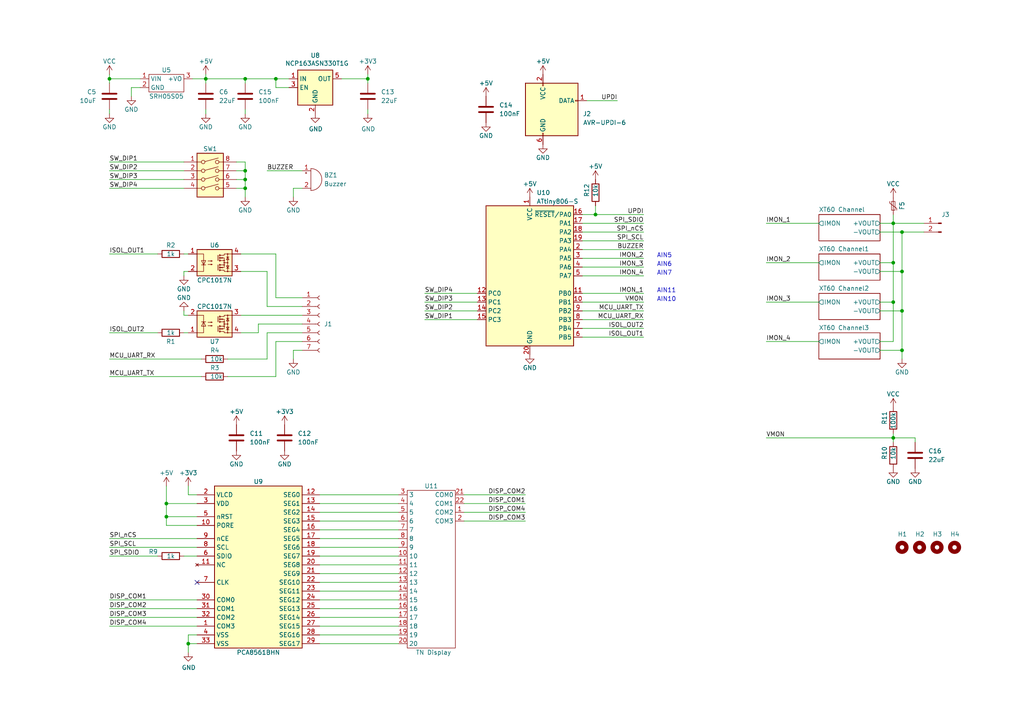
<source format=kicad_sch>
(kicad_sch (version 20231120) (generator "eeschema") (generator_version "8.0")
  (paper "A4")
  (lib_symbols
    (symbol "Connector:AVR-UPDI-6" (pin_names (offset 1.016))
      (property "Reference" "J" (at -6.35 8.89 0))
      (property "Value" "AVR-UPDI-6" (at 0 8.89 0))
      (symbol "AVR-UPDI-6_0_1"
        (rectangle (start -2.667 -6.858) (end -2.413 -7.62))
        (rectangle (start -2.667 7.62) (end -2.413 6.858))
        (rectangle (start 7.62 2.667) (end 6.858 2.413))
        (rectangle (start 7.62 7.62) (end -7.62 -7.62) (stroke (width 0.254)) (fill (type background)))
      )
      (symbol "AVR-UPDI-6_1_1"
        (pin passive line (at 10.16 2.54 180) (length 2.54) (name "DATA") (number "1"))
        (pin passive line (at -2.54 10.16 270) (length 2.54) (name "VCC") (number "2"))
        (pin no_connect line (at 7.62 0 180) (length 2.54) hide (name "NC") (number "3"))
        (pin no_connect line (at 7.62 -2.54 180) (length 2.54) hide (name "NC") (number "4"))
        (pin no_connect line (at 7.62 -5.08 180) (length 2.54) hide (name "NC") (number "5"))
        (pin passive line (at -2.54 -10.16 90) (length 2.54) (name "GND") (number "6"))
      )
    )
    (symbol "Connector:Conn_01x02_Pin" (pin_names (offset 1.016) hide)
      (property "Reference" "J" (at 0 2.54 0))
      (property "Value" "Conn_01x02_Pin" (at 0 -5.08 0))
      (symbol "Conn_01x02_Pin_1_1"
        (polyline (pts (xy 1.27 -2.54) (xy 0.8636 -2.54)) (stroke (width 0.1524)))
        (polyline (pts (xy 1.27 0) (xy 0.8636 0)) (stroke (width 0.1524)))
        (rectangle (start 0.8636 -2.413) (end 0 -2.667) (stroke (width 0.1524)) (fill (type outline)))
        (rectangle (start 0.8636 0.127) (end 0 -0.127) (stroke (width 0.1524)) (fill (type outline)))
        (pin passive line (at 5.08 0 180) (length 3.81) (name "Pin_1") (number "1"))
        (pin passive line (at 5.08 -2.54 180) (length 3.81) (name "Pin_2") (number "2"))
      )
    )
    (symbol "Connector:Conn_01x07_Socket" (pin_names (offset 1.016) hide)
      (property "Reference" "J" (at 0 10.16 0))
      (property "Value" "Conn_01x07_Socket" (at 0 -10.16 0))
      (symbol "Conn_01x07_Socket_1_1"
        (arc (start 0 -7.112) (mid -0.5058 -7.62) (end 0 -8.128) (stroke (width 0.1524)))
        (arc (start 0 -4.572) (mid -0.5058 -5.08) (end 0 -5.588) (stroke (width 0.1524)))
        (arc (start 0 -2.032) (mid -0.5058 -2.54) (end 0 -3.048) (stroke (width 0.1524)))
        (polyline (pts (xy -1.27 -7.62) (xy -0.508 -7.62)) (stroke (width 0.1524)))
        (polyline (pts (xy -1.27 -5.08) (xy -0.508 -5.08)) (stroke (width 0.1524)))
        (polyline (pts (xy -1.27 -2.54) (xy -0.508 -2.54)) (stroke (width 0.1524)))
        (polyline (pts (xy -1.27 0) (xy -0.508 0)) (stroke (width 0.1524)))
        (polyline (pts (xy -1.27 2.54) (xy -0.508 2.54)) (stroke (width 0.1524)))
        (polyline (pts (xy -1.27 5.08) (xy -0.508 5.08)) (stroke (width 0.1524)))
        (polyline (pts (xy -1.27 7.62) (xy -0.508 7.62)) (stroke (width 0.1524)))
        (arc (start 0 0.508) (mid -0.5058 0) (end 0 -0.508) (stroke (width 0.1524)))
        (arc (start 0 3.048) (mid -0.5058 2.54) (end 0 2.032) (stroke (width 0.1524)))
        (arc (start 0 5.588) (mid -0.5058 5.08) (end 0 4.572) (stroke (width 0.1524)))
        (arc (start 0 8.128) (mid -0.5058 7.62) (end 0 7.112) (stroke (width 0.1524)))
        (pin passive line (at -5.08 7.62 0) (length 3.81) (name "Pin_1") (number "1"))
        (pin passive line (at -5.08 5.08 0) (length 3.81) (name "Pin_2") (number "2"))
        (pin passive line (at -5.08 2.54 0) (length 3.81) (name "Pin_3") (number "3"))
        (pin passive line (at -5.08 0 0) (length 3.81) (name "Pin_4") (number "4"))
        (pin passive line (at -5.08 -2.54 0) (length 3.81) (name "Pin_5") (number "5"))
        (pin passive line (at -5.08 -5.08 0) (length 3.81) (name "Pin_6") (number "6"))
        (pin passive line (at -5.08 -7.62 0) (length 3.81) (name "Pin_7") (number "7"))
      )
    )
    (symbol "Device:Buzzer" (pin_names (offset 0.0254) hide)
      (property "Reference" "BZ" (at 3.81 1.27 0))
      (property "Value" "Buzzer" (at 3.81 -1.27 0))
      (symbol "Buzzer_0_1"
        (arc (start 0 -3.175) (mid 3.1612 0) (end 0 3.175))
        (polyline (pts (xy -1.651 1.905) (xy -1.143 1.905)))
        (polyline (pts (xy -1.397 2.159) (xy -1.397 1.651)))
        (polyline (pts (xy 0 3.175) (xy 0 -3.175)))
      )
      (symbol "Buzzer_1_1"
        (pin passive line (at -2.54 2.54 0) (length 2.54) (name "-") (number "1"))
        (pin passive line (at -2.54 -2.54 0) (length 2.54) (name "+") (number "2"))
      )
    )
    (symbol "Device:C" (pin_numbers hide) (pin_names (offset 0.254))
      (property "Reference" "C" (at 0.635 2.54 0))
      (property "Value" "C" (at 0.635 -2.54 0))
      (symbol "C_0_1"
        (polyline (pts (xy -2.032 -0.762) (xy 2.032 -0.762)) (stroke (width 0.508)))
        (polyline (pts (xy -2.032 0.762) (xy 2.032 0.762)) (stroke (width 0.508)))
      )
      (symbol "C_1_1"
        (pin passive line (at 0 3.81 270) (length 2.794) (name "~") (number "1"))
        (pin passive line (at 0 -3.81 90) (length 2.794) (name "~") (number "2"))
      )
    )
    (symbol "Device:Polyfuse_Small" (pin_numbers hide) (pin_names (offset 0))
      (property "Reference" "F" (at -1.905 0 90))
      (property "Value" "Polyfuse_Small" (at 1.905 0 90))
      (symbol "Polyfuse_Small_0_1"
        (rectangle (start -0.508 1.27) (end 0.508 -1.27))
        (polyline (pts (xy 0 2.54) (xy 0 -2.54)))
        (polyline (pts (xy -1.016 1.27) (xy -1.016 0.762) (xy 1.016 -0.762) (xy 1.016 -1.27)))
      )
      (symbol "Polyfuse_Small_1_1"
        (pin passive line (at 0 2.54 270) (length 0.635) (name "~") (number "1"))
        (pin passive line (at 0 -2.54 90) (length 0.635) (name "~") (number "2"))
      )
    )
    (symbol "Device:R" (pin_numbers hide) (pin_names (offset 0))
      (property "Reference" "R" (at 2.032 0 90))
      (property "Value" "R" (at 0 0 90))
      (symbol "R_0_1"
        (rectangle (start -1.016 -2.54) (end 1.016 2.54) (stroke (width 0.254)))
      )
      (symbol "R_1_1"
        (pin passive line (at 0 3.81 270) (length 1.27) (name "~") (number "1"))
        (pin passive line (at 0 -3.81 90) (length 1.27) (name "~") (number "2"))
      )
    )
    (symbol "MCU_Microchip_ATtiny:ATtiny806-S"
      (property "Reference" "U" (at -12.7 21.59 0))
      (property "Value" "ATtiny806-S" (at 2.54 -21.59 0))
      (symbol "ATtiny806-S_0_1"
        (rectangle (start -12.7 -20.32) (end 12.7 20.32) (stroke (width 0.254)) (fill (type background)))
      )
      (symbol "ATtiny806-S_1_1"
        (pin power_in line (at 0 22.86 270) (length 2.54) (name "VCC") (number "1"))
        (pin bidirectional line (at 15.24 -7.62 180) (length 2.54) (name "PB1") (number "10"))
        (pin bidirectional line (at 15.24 -5.08 180) (length 2.54) (name "PB0") (number "11"))
        (pin bidirectional line (at -15.24 -5.08 0) (length 2.54) (name "PC0") (number "12"))
        (pin bidirectional line (at -15.24 -7.62 0) (length 2.54) (name "PC1") (number "13"))
        (pin bidirectional line (at -15.24 -10.16 0) (length 2.54) (name "PC2") (number "14"))
        (pin bidirectional line (at -15.24 -12.7 0) (length 2.54) (name "PC3") (number "15"))
        (pin bidirectional line (at 15.24 17.78 180) (length 2.54) (name "~{RESET}/PA0") (number "16"))
        (pin bidirectional line (at 15.24 15.24 180) (length 2.54) (name "PA1") (number "17"))
        (pin bidirectional line (at 15.24 12.7 180) (length 2.54) (name "PA2") (number "18"))
        (pin bidirectional line (at 15.24 10.16 180) (length 2.54) (name "PA3") (number "19"))
        (pin bidirectional line (at 15.24 7.62 180) (length 2.54) (name "PA4") (number "2"))
        (pin power_in line (at 0 -22.86 90) (length 2.54) (name "GND") (number "20"))
        (pin bidirectional line (at 15.24 5.08 180) (length 2.54) (name "PA5") (number "3"))
        (pin bidirectional line (at 15.24 2.54 180) (length 2.54) (name "PA6") (number "4"))
        (pin bidirectional line (at 15.24 0 180) (length 2.54) (name "PA7") (number "5"))
        (pin bidirectional line (at 15.24 -17.78 180) (length 2.54) (name "PB5") (number "6"))
        (pin bidirectional line (at 15.24 -15.24 180) (length 2.54) (name "PB4") (number "7"))
        (pin bidirectional line (at 15.24 -12.7 180) (length 2.54) (name "PB3") (number "8"))
        (pin bidirectional line (at 15.24 -10.16 180) (length 2.54) (name "PB2") (number "9"))
      )
    )
    (symbol "Mechanical:MountingHole" (pin_names (offset 1.016))
      (property "Reference" "H" (at 0 5.08 0))
      (property "Value" "MountingHole" (at 0 3.175 0))
      (symbol "MountingHole_0_1"
        (circle (center 0 0) (radius 1.27) (stroke (width 1.27)))
      )
    )
    (symbol "Regulator_Linear:NCP718xSN330"
      (property "Reference" "U" (at -3.81 6.35 0))
      (property "Value" "NCP718xSN330" (at 6.35 6.35 0))
      (symbol "NCP718xSN330_0_1"
        (rectangle (start -5.08 -5.08) (end 5.08 5.08) (stroke (width 0.254)) (fill (type background)))
        (pin power_in line (at -7.62 2.54 0) (length 2.54) (name "IN") (number "1"))
        (pin power_in line (at 0 -7.62 90) (length 2.54) (name "GND") (number "2"))
        (pin input line (at -7.62 0 0) (length 2.54) (name "EN") (number "3"))
        (pin no_connect line (at 5.08 0 180) (length 2.54) hide (name "NC") (number "4"))
        (pin power_out line (at 7.62 2.54 180) (length 2.54) (name "OUT") (number "5"))
      )
    )
    (symbol "Relay_SolidState:CPC1017N"
      (property "Reference" "U" (at -5.08 5.08 0))
      (property "Value" "CPC1017N" (at 0 5.08 0))
      (symbol "CPC1017N_0_1"
        (rectangle (start -5.08 3.81) (end 5.08 -3.81) (stroke (width 0.254)) (fill (type background)))
        (polyline (pts (xy -3.81 -0.635) (xy -2.54 -0.635)))
        (polyline (pts (xy 1.016 -0.635) (xy 1.016 -2.159)) (stroke (width 0.2032)))
        (polyline (pts (xy 1.016 2.159) (xy 1.016 0.635)) (stroke (width 0.2032)))
        (polyline (pts (xy 1.524 -0.508) (xy 1.524 -0.762)) (stroke (width 0.3556)))
        (polyline (pts (xy 2.794 0) (xy 3.81 0)))
        (polyline (pts (xy 3.429 -1.651) (xy 4.191 -1.651)))
        (polyline (pts (xy 3.429 1.651) (xy 4.191 1.651)))
        (polyline (pts (xy 3.81 -2.54) (xy 3.81 2.54)))
        (polyline (pts (xy 1.524 -2.032) (xy 1.524 -2.286) (xy 1.524 -2.286)) (stroke (width 0.3556)))
        (polyline (pts (xy 1.524 -1.27) (xy 1.524 -1.524) (xy 1.524 -1.524)) (stroke (width 0.3556)))
        (polyline (pts (xy 1.524 0.762) (xy 1.524 0.508) (xy 1.524 0.508)) (stroke (width 0.3556)))
        (polyline (pts (xy 1.524 1.524) (xy 1.524 1.27) (xy 1.524 1.27)) (stroke (width 0.3556)))
        (polyline (pts (xy 1.524 2.286) (xy 1.524 2.032) (xy 1.524 2.032)) (stroke (width 0.3556)))
        (polyline (pts (xy 1.651 -1.397) (xy 2.794 -1.397) (xy 2.794 -0.635)))
        (polyline (pts (xy 1.651 1.397) (xy 2.794 1.397) (xy 2.794 0.635)))
        (polyline (pts (xy -5.08 2.54) (xy -3.175 2.54) (xy -3.175 -2.54) (xy -5.08 -2.54)))
        (polyline (pts (xy -3.175 -0.635) (xy -3.81 0.635) (xy -2.54 0.635) (xy -3.175 -0.635)))
        (polyline (pts (xy 1.651 -2.159) (xy 2.794 -2.159) (xy 2.794 -2.54) (xy 5.08 -2.54)))
        (polyline (pts (xy 1.651 -0.635) (xy 2.794 -0.635) (xy 2.794 0.635) (xy 1.651 0.635)))
        (polyline (pts (xy 1.651 2.159) (xy 2.794 2.159) (xy 2.794 2.54) (xy 5.08 2.54)))
        (polyline (pts (xy 1.778 -1.397) (xy 2.286 -1.27) (xy 2.286 -1.524) (xy 1.778 -1.397)))
        (polyline (pts (xy 1.778 1.397) (xy 2.286 1.524) (xy 2.286 1.27) (xy 1.778 1.397)))
        (polyline (pts (xy 3.81 -1.651) (xy 3.429 -0.889) (xy 4.191 -0.889) (xy 3.81 -1.651)))
        (polyline (pts (xy 3.81 1.651) (xy 3.429 0.889) (xy 4.191 0.889) (xy 3.81 1.651)))
        (polyline (pts (xy -1.905 -0.508) (xy -0.635 -0.508) (xy -1.016 -0.635) (xy -1.016 -0.381) (xy -0.635 -0.508)))
        (polyline (pts (xy -1.905 0.508) (xy -0.635 0.508) (xy -1.016 0.381) (xy -1.016 0.635) (xy -0.635 0.508)))
        (circle (center 2.794 -0.635) (radius 0.127))
        (circle (center 2.794 0) (radius 0.127))
        (circle (center 2.794 0.635) (radius 0.127))
        (circle (center 3.81 -2.54) (radius 0.127))
        (circle (center 3.81 0) (radius 0.127))
        (circle (center 3.81 2.54) (radius 0.127))
      )
      (symbol "CPC1017N_1_1"
        (pin passive line (at -7.62 2.54 0) (length 2.54) (name "~") (number "1"))
        (pin passive line (at -7.62 -2.54 0) (length 2.54) (name "~") (number "2"))
        (pin passive line (at 7.62 -2.54 180) (length 2.54) (name "~") (number "3"))
        (pin passive line (at 7.62 2.54 180) (length 2.54) (name "~") (number "4"))
      )
    )
    (symbol "Switch:SW_DIP_x04" (pin_names (offset 0) hide)
      (property "Reference" "SW" (at 0 8.89 0))
      (property "Value" "SW_DIP_x04" (at 0 -6.35 0))
      (symbol "SW_DIP_x04_0_0"
        (circle (center -2.032 -2.54) (radius 0.508))
        (circle (center -2.032 0) (radius 0.508))
        (circle (center -2.032 2.54) (radius 0.508))
        (circle (center -2.032 5.08) (radius 0.508))
        (polyline (pts (xy -1.524 -2.3876) (xy 2.3622 -1.3462)))
        (polyline (pts (xy -1.524 0.127) (xy 2.3622 1.1684)))
        (polyline (pts (xy -1.524 2.667) (xy 2.3622 3.7084)))
        (polyline (pts (xy -1.524 5.207) (xy 2.3622 6.2484)))
        (circle (center 2.032 -2.54) (radius 0.508))
        (circle (center 2.032 0) (radius 0.508))
        (circle (center 2.032 2.54) (radius 0.508))
        (circle (center 2.032 5.08) (radius 0.508))
      )
      (symbol "SW_DIP_x04_0_1"
        (rectangle (start -3.81 7.62) (end 3.81 -5.08) (stroke (width 0.254)) (fill (type background)))
      )
      (symbol "SW_DIP_x04_1_1"
        (pin passive line (at -7.62 5.08 0) (length 5.08) (name "~") (number "1"))
        (pin passive line (at -7.62 2.54 0) (length 5.08) (name "~") (number "2"))
        (pin passive line (at -7.62 0 0) (length 5.08) (name "~") (number "3"))
        (pin passive line (at -7.62 -2.54 0) (length 5.08) (name "~") (number "4"))
        (pin passive line (at 7.62 -2.54 180) (length 5.08) (name "~") (number "5"))
        (pin passive line (at 7.62 0 180) (length 5.08) (name "~") (number "6"))
        (pin passive line (at 7.62 2.54 180) (length 5.08) (name "~") (number "7"))
        (pin passive line (at 7.62 5.08 180) (length 5.08) (name "~") (number "8"))
      )
    )
    (symbol "lib:8digit_tn_display"
      (property "Reference" "U" (at -5.08 22.86 0))
      (symbol "8digit_tn_display_0_1"
        (rectangle (start -6.35 21.59) (end 7.62 -24.13))
      )
      (symbol "8digit_tn_display_1_1"
        (pin input line (at -8.89 15.24 0) (length 2.54) (name "COM2") (number "1"))
        (pin input line (at 10.16 2.54 180) (length 2.54) (name "10") (number "10"))
        (pin input line (at 10.16 0 180) (length 2.54) (name "11") (number "11"))
        (pin input line (at 10.16 -2.54 180) (length 2.54) (name "12") (number "12"))
        (pin input line (at 10.16 -5.08 180) (length 2.54) (name "13") (number "13"))
        (pin input line (at 10.16 -7.62 180) (length 2.54) (name "14") (number "14"))
        (pin input line (at 10.16 -10.16 180) (length 2.54) (name "15") (number "15"))
        (pin input line (at 10.16 -12.7 180) (length 2.54) (name "16") (number "16"))
        (pin input line (at 10.16 -15.24 180) (length 2.54) (name "17") (number "17"))
        (pin input line (at 10.16 -17.78 180) (length 2.54) (name "18") (number "18"))
        (pin input line (at 10.16 -20.32 180) (length 2.54) (name "19") (number "19"))
        (pin input line (at -8.89 12.7 0) (length 2.54) (name "COM3") (number "2"))
        (pin input line (at 10.16 -22.86 180) (length 2.54) (name "20") (number "20"))
        (pin input line (at -8.89 20.32 0) (length 2.54) (name "COM0") (number "21"))
        (pin input line (at -8.89 17.78 0) (length 2.54) (name "COM1") (number "22"))
        (pin input line (at 10.16 20.32 180) (length 2.54) (name "3") (number "3"))
        (pin input line (at 10.16 17.78 180) (length 2.54) (name "4") (number "4"))
        (pin input line (at 10.16 15.24 180) (length 2.54) (name "5") (number "5"))
        (pin input line (at 10.16 12.7 180) (length 2.54) (name "6") (number "6"))
        (pin input line (at 10.16 10.16 180) (length 2.54) (name "7") (number "7"))
        (pin input line (at 10.16 7.62 180) (length 2.54) (name "8") (number "8"))
        (pin input line (at 10.16 5.08 180) (length 2.54) (name "9") (number "9"))
      )
    )
    (symbol "lib:K78U03-500R3"
      (property "Reference" "U" (at -3.81 3.81 0))
      (property "Value" "K78U03-500R3" (at 0 -3.81 0))
      (symbol "K78U03-500R3_0_1"
        (rectangle (start -5.08 2.54) (end 5.08 -2.54))
      )
      (symbol "K78U03-500R3_1_1"
        (pin power_in line (at -7.62 1.27 0) (length 2.54) (name "VIN") (number "1"))
        (pin power_in line (at -7.62 -1.27 0) (length 2.54) (name "GND") (number "2"))
        (pin power_out line (at 7.62 1.27 180) (length 2.54) (name "+VO") (number "3"))
      )
    )
    (symbol "lib:PCA8561BHN"
      (property "Reference" "U" (at -11.43 24.13 0))
      (property "Value" "PCA8561BHN" (at 0 -25.4 0))
      (symbol "PCA8561BHN_0_1"
        (rectangle (start -12.7 22.86) (end 12.7 -24.13) (stroke (width 0.254)) (fill (type background)))
      )
      (symbol "PCA8561BHN_1_1"
        (pin output line (at -17.78 -17.78 0) (length 5.08) (name "COM3") (number "1"))
        (pin input line (at -17.78 11.43 0) (length 5.08) (name "PORE") (number "10"))
        (pin no_connect line (at -17.78 0 0) (length 5.08) (name "NC") (number "11"))
        (pin output line (at 17.78 20.32 180) (length 5.08) (name "SEG0") (number "12"))
        (pin output line (at 17.78 17.78 180) (length 5.08) (name "SEG1") (number "13"))
        (pin output line (at 17.78 15.24 180) (length 5.08) (name "SEG2") (number "14"))
        (pin output line (at 17.78 12.7 180) (length 5.08) (name "SEG3") (number "15"))
        (pin output line (at 17.78 10.16 180) (length 5.08) (name "SEG4") (number "16"))
        (pin output line (at 17.78 7.62 180) (length 5.08) (name "SEG5") (number "17"))
        (pin output line (at 17.78 5.08 180) (length 5.08) (name "SEG6") (number "18"))
        (pin output line (at 17.78 2.54 180) (length 5.08) (name "SEG7") (number "19"))
        (pin power_in line (at -17.78 20.32 0) (length 5.08) (name "VLCD") (number "2"))
        (pin output line (at 17.78 0 180) (length 5.08) (name "SEG8") (number "20"))
        (pin output line (at 17.78 -2.54 180) (length 5.08) (name "SEG9") (number "21"))
        (pin output line (at 17.78 -5.08 180) (length 5.08) (name "SEG10") (number "22"))
        (pin output line (at 17.78 -7.62 180) (length 5.08) (name "SEG11") (number "23"))
        (pin output line (at 17.78 -10.16 180) (length 5.08) (name "SEG12") (number "24"))
        (pin output line (at 17.78 -12.7 180) (length 5.08) (name "SEG13") (number "25"))
        (pin output line (at 17.78 -15.24 180) (length 5.08) (name "SEG14") (number "26"))
        (pin output line (at 17.78 -17.78 180) (length 5.08) (name "SEG15") (number "27"))
        (pin output line (at 17.78 -20.32 180) (length 5.08) (name "SEG16") (number "28"))
        (pin output line (at 17.78 -22.86 180) (length 5.08) (name "SEG17") (number "29"))
        (pin power_in line (at -17.78 17.78 0) (length 5.08) (name "VDD") (number "3"))
        (pin output line (at -17.78 -10.16 0) (length 5.08) (name "COM0") (number "30"))
        (pin output line (at -17.78 -12.7 0) (length 5.08) (name "COM1") (number "31"))
        (pin output line (at -17.78 -15.24 0) (length 5.08) (name "COM2") (number "32"))
        (pin power_in line (at -17.78 -22.86 0) (length 5.08) (name "VSS") (number "33"))
        (pin power_in line (at -17.78 -20.32 0) (length 5.08) (name "VSS") (number "4"))
        (pin input line (at -17.78 13.97 0) (length 5.08) (name "nRST") (number "5"))
        (pin bidirectional line (at -17.78 2.54 0) (length 5.08) (name "SDIO") (number "6"))
        (pin output line (at -17.78 -5.08 0) (length 5.08) (name "CLK") (number "7"))
        (pin input line (at -17.78 5.08 0) (length 5.08) (name "SCL") (number "8"))
        (pin input line (at -17.78 7.62 0) (length 5.08) (name "nCE") (number "9"))
      )
    )
    (symbol "power:+3.3V" (power) (pin_names (offset 0))
      (property "Value" "+3.3V" (at 0 3.556 0))
      (symbol "+3.3V_0_1"
        (polyline (pts (xy -0.762 1.27) (xy 0 2.54)))
        (polyline (pts (xy 0 0) (xy 0 2.54)))
        (polyline (pts (xy 0 2.54) (xy 0.762 1.27)))
      )
      (symbol "+3.3V_1_1"
        (pin power_in line (at 0 0 90) (length 0) hide (name "+3V3") (number "1"))
      )
    )
    (symbol "power:+5V" (power) (pin_names (offset 0))
      (property "Value" "+5V" (at 0 3.556 0))
      (symbol "+5V_0_1"
        (polyline (pts (xy -0.762 1.27) (xy 0 2.54)))
        (polyline (pts (xy 0 0) (xy 0 2.54)))
        (polyline (pts (xy 0 2.54) (xy 0.762 1.27)))
      )
      (symbol "+5V_1_1"
        (pin power_in line (at 0 0 90) (length 0) hide (name "+5V") (number "1"))
      )
    )
    (symbol "power:GND" (power) (pin_names (offset 0))
      (property "Value" "GND" (at 0 -3.81 0))
      (symbol "GND_0_1"
        (polyline (pts (xy 0 0) (xy 0 -1.27) (xy 1.27 -1.27) (xy 0 -2.54) (xy -1.27 -1.27) (xy 0 -1.27)))
      )
      (symbol "GND_1_1"
        (pin power_in line (at 0 0 270) (length 0) hide (name "GND") (number "1"))
      )
    )
    (symbol "power:VCC" (power) (pin_names (offset 0))
      (property "Value" "VCC" (at 0 3.81 0))
      (symbol "VCC_0_1"
        (polyline (pts (xy -0.762 1.27) (xy 0 2.54)))
        (polyline (pts (xy 0 0) (xy 0 2.54)))
        (polyline (pts (xy 0 2.54) (xy 0.762 1.27)))
      )
      (symbol "VCC_1_1"
        (pin power_in line (at 0 0 90) (length 0) hide (name "VCC") (number "1"))
      )
    )
  )
  (junction (at 259.08 64.77))
  (junction (at 71.12 22.86))
  (junction (at 31.75 22.86))
  (junction (at 48.26 149.86))
  (junction (at 259.08 127))
  (junction (at 59.69 22.86))
  (junction (at 106.68 22.86))
  (junction (at 261.62 101.6))
  (junction (at 261.62 78.74))
  (junction (at 54.61 186.69))
  (junction (at 71.12 49.53))
  (junction (at 172.72 62.23))
  (junction (at 71.12 54.61))
  (junction (at 259.08 76.2))
  (junction (at 71.12 52.07))
  (junction (at 80.01 22.86))
  (junction (at 261.62 90.17))
  (junction (at 48.26 146.05))
  (junction (at 261.62 67.31))
  (junction (at 259.08 87.63))
  (no_connect (at 57.15 168.91))
  (wire (pts (xy 83.82 25.4) (xy 80.01 25.4)))
  (wire (pts (xy 222.25 87.63) (xy 237.49 87.63)))
  (wire (pts (xy 31.75 109.22) (xy 58.42 109.22)))
  (wire (pts (xy 261.62 90.17) (xy 261.62 101.6)))
  (wire (pts (xy 31.75 173.99) (xy 57.15 173.99)))
  (wire (pts (xy 71.12 49.53) (xy 71.12 52.07)))
  (wire (pts (xy 71.12 22.86) (xy 71.12 24.13)))
  (wire (pts (xy 92.71 176.53) (xy 115.57 176.53)))
  (wire (pts (xy 259.08 99.06) (xy 255.27 99.06)))
  (wire (pts (xy 54.61 186.69) (xy 57.15 186.69)))
  (wire (pts (xy 77.47 78.74) (xy 77.47 88.9)))
  (wire (pts (xy 53.34 161.29) (xy 57.15 161.29)))
  (wire (pts (xy 71.12 31.75) (xy 71.12 33.02)))
  (wire (pts (xy 68.58 54.61) (xy 71.12 54.61)))
  (wire (pts (xy 59.69 22.86) (xy 59.69 24.13)))
  (wire (pts (xy 172.72 62.23) (xy 186.69 62.23)))
  (wire (pts (xy 168.91 64.77) (xy 186.69 64.77)))
  (wire (pts (xy 71.12 22.86) (xy 80.01 22.86)))
  (wire (pts (xy 48.26 146.05) (xy 57.15 146.05)))
  (wire (pts (xy 92.71 184.15) (xy 115.57 184.15)))
  (wire (pts (xy 66.04 104.14) (xy 77.47 104.14)))
  (wire (pts (xy 92.71 173.99) (xy 115.57 173.99)))
  (wire (pts (xy 40.64 22.86) (xy 31.75 22.86)))
  (wire (pts (xy 92.71 156.21) (xy 115.57 156.21)))
  (wire (pts (xy 168.91 87.63) (xy 186.69 87.63)))
  (wire (pts (xy 53.34 91.44) (xy 53.34 90.17)))
  (wire (pts (xy 68.58 49.53) (xy 71.12 49.53)))
  (wire (pts (xy 77.47 96.52) (xy 77.47 104.14)))
  (wire (pts (xy 80.01 22.86) (xy 83.82 22.86)))
  (wire (pts (xy 71.12 54.61) (xy 71.12 57.15)))
  (wire (pts (xy 85.09 54.61) (xy 85.09 57.15)))
  (wire (pts (xy 92.71 166.37) (xy 115.57 166.37)))
  (wire (pts (xy 80.01 25.4) (xy 80.01 22.86)))
  (wire (pts (xy 80.01 86.36) (xy 87.63 86.36)))
  (wire (pts (xy 168.91 62.23) (xy 172.72 62.23)))
  (wire (pts (xy 134.62 143.51) (xy 152.4 143.51)))
  (wire (pts (xy 255.27 76.2) (xy 259.08 76.2)))
  (wire (pts (xy 92.71 186.69) (xy 115.57 186.69)))
  (wire (pts (xy 69.85 91.44) (xy 87.63 91.44)))
  (wire (pts (xy 123.19 87.63) (xy 138.43 87.63)))
  (wire (pts (xy 54.61 184.15) (xy 54.61 186.69)))
  (wire (pts (xy 168.91 97.79) (xy 186.69 97.79)))
  (wire (pts (xy 31.75 181.61) (xy 57.15 181.61)))
  (wire (pts (xy 59.69 22.86) (xy 71.12 22.86)))
  (wire (pts (xy 92.71 146.05) (xy 115.57 146.05)))
  (wire (pts (xy 68.58 46.99) (xy 71.12 46.99)))
  (wire (pts (xy 168.91 92.71) (xy 186.69 92.71)))
  (wire (pts (xy 77.47 49.53) (xy 87.63 49.53)))
  (wire (pts (xy 255.27 64.77) (xy 259.08 64.77)))
  (wire (pts (xy 259.08 127) (xy 259.08 128.27)))
  (wire (pts (xy 261.62 101.6) (xy 255.27 101.6)))
  (wire (pts (xy 54.61 186.69) (xy 54.61 189.23)))
  (wire (pts (xy 53.34 73.66) (xy 54.61 73.66)))
  (wire (pts (xy 55.88 22.86) (xy 59.69 22.86)))
  (wire (pts (xy 87.63 54.61) (xy 85.09 54.61)))
  (wire (pts (xy 222.25 127) (xy 259.08 127)))
  (wire (pts (xy 170.18 29.21) (xy 179.07 29.21)))
  (wire (pts (xy 54.61 78.74) (xy 53.34 78.74)))
  (wire (pts (xy 80.01 73.66) (xy 80.01 86.36)))
  (wire (pts (xy 259.08 76.2) (xy 259.08 87.63)))
  (wire (pts (xy 92.71 143.51) (xy 115.57 143.51)))
  (wire (pts (xy 68.58 52.07) (xy 71.12 52.07)))
  (wire (pts (xy 80.01 99.06) (xy 87.63 99.06)))
  (wire (pts (xy 92.71 161.29) (xy 115.57 161.29)))
  (wire (pts (xy 59.69 22.86) (xy 59.69 21.59)))
  (wire (pts (xy 92.71 148.59) (xy 115.57 148.59)))
  (wire (pts (xy 168.91 72.39) (xy 186.69 72.39)))
  (wire (pts (xy 74.93 96.52) (xy 74.93 93.98)))
  (wire (pts (xy 57.15 143.51) (xy 54.61 143.51)))
  (wire (pts (xy 38.1 25.4) (xy 38.1 27.94)))
  (wire (pts (xy 48.26 152.4) (xy 57.15 152.4)))
  (wire (pts (xy 31.75 21.59) (xy 31.75 22.86)))
  (wire (pts (xy 259.08 125.73) (xy 259.08 127)))
  (wire (pts (xy 48.26 149.86) (xy 57.15 149.86)))
  (wire (pts (xy 168.91 80.01) (xy 186.69 80.01)))
  (wire (pts (xy 92.71 168.91) (xy 115.57 168.91)))
  (wire (pts (xy 123.19 92.71) (xy 138.43 92.71)))
  (wire (pts (xy 259.08 64.77) (xy 267.97 64.77)))
  (wire (pts (xy 255.27 78.74) (xy 261.62 78.74)))
  (wire (pts (xy 31.75 46.99) (xy 53.34 46.99)))
  (wire (pts (xy 168.91 69.85) (xy 186.69 69.85)))
  (wire (pts (xy 92.71 181.61) (xy 115.57 181.61)))
  (wire (pts (xy 87.63 101.6) (xy 85.09 101.6)))
  (wire (pts (xy 31.75 156.21) (xy 57.15 156.21)))
  (wire (pts (xy 87.63 93.98) (xy 74.93 93.98)))
  (wire (pts (xy 261.62 67.31) (xy 267.97 67.31)))
  (wire (pts (xy 80.01 109.22) (xy 80.01 99.06)))
  (wire (pts (xy 123.19 90.17) (xy 138.43 90.17)))
  (wire (pts (xy 87.63 96.52) (xy 77.47 96.52)))
  (wire (pts (xy 92.71 171.45) (xy 115.57 171.45)))
  (wire (pts (xy 71.12 46.99) (xy 71.12 49.53)))
  (wire (pts (xy 31.75 49.53) (xy 53.34 49.53)))
  (wire (pts (xy 48.26 152.4) (xy 48.26 149.86)))
  (wire (pts (xy 59.69 33.02) (xy 59.69 31.75)))
  (wire (pts (xy 134.62 146.05) (xy 152.4 146.05)))
  (wire (pts (xy 48.26 140.97) (xy 48.26 146.05)))
  (wire (pts (xy 134.62 151.13) (xy 152.4 151.13)))
  (wire (pts (xy 53.34 96.52) (xy 54.61 96.52)))
  (wire (pts (xy 92.71 151.13) (xy 115.57 151.13)))
  (wire (pts (xy 134.62 148.59) (xy 152.4 148.59)))
  (wire (pts (xy 168.91 77.47) (xy 186.69 77.47)))
  (wire (pts (xy 255.27 90.17) (xy 261.62 90.17)))
  (wire (pts (xy 259.08 62.23) (xy 259.08 64.77)))
  (wire (pts (xy 54.61 143.51) (xy 54.61 140.97)))
  (wire (pts (xy 99.06 22.86) (xy 106.68 22.86)))
  (wire (pts (xy 222.25 76.2) (xy 237.49 76.2)))
  (wire (pts (xy 168.91 95.25) (xy 186.69 95.25)))
  (wire (pts (xy 222.25 64.77) (xy 237.49 64.77)))
  (wire (pts (xy 85.09 101.6) (xy 85.09 104.14)))
  (wire (pts (xy 92.71 179.07) (xy 115.57 179.07)))
  (wire (pts (xy 69.85 96.52) (xy 74.93 96.52)))
  (wire (pts (xy 69.85 73.66) (xy 80.01 73.66)))
  (wire (pts (xy 168.91 67.31) (xy 186.69 67.31)))
  (wire (pts (xy 69.85 78.74) (xy 77.47 78.74)))
  (wire (pts (xy 259.08 127) (xy 265.43 127)))
  (wire (pts (xy 31.75 179.07) (xy 57.15 179.07)))
  (wire (pts (xy 259.08 87.63) (xy 259.08 99.06)))
  (wire (pts (xy 168.91 85.09) (xy 186.69 85.09)))
  (wire (pts (xy 40.64 25.4) (xy 38.1 25.4)))
  (wire (pts (xy 255.27 87.63) (xy 259.08 87.63)))
  (wire (pts (xy 31.75 52.07) (xy 53.34 52.07)))
  (wire (pts (xy 92.71 158.75) (xy 115.57 158.75)))
  (wire (pts (xy 57.15 184.15) (xy 54.61 184.15)))
  (wire (pts (xy 261.62 67.31) (xy 261.62 78.74)))
  (wire (pts (xy 31.75 33.02) (xy 31.75 31.75)))
  (wire (pts (xy 259.08 64.77) (xy 259.08 76.2)))
  (wire (pts (xy 48.26 149.86) (xy 48.26 146.05)))
  (wire (pts (xy 31.75 176.53) (xy 57.15 176.53)))
  (wire (pts (xy 106.68 22.86) (xy 106.68 21.59)))
  (wire (pts (xy 31.75 161.29) (xy 45.72 161.29)))
  (wire (pts (xy 255.27 67.31) (xy 261.62 67.31)))
  (wire (pts (xy 265.43 127) (xy 265.43 128.27)))
  (wire (pts (xy 106.68 33.02) (xy 106.68 31.75)))
  (wire (pts (xy 123.19 85.09) (xy 138.43 85.09)))
  (wire (pts (xy 261.62 101.6) (xy 261.62 104.14)))
  (wire (pts (xy 106.68 24.13) (xy 106.68 22.86)))
  (wire (pts (xy 71.12 52.07) (xy 71.12 54.61)))
  (wire (pts (xy 31.75 22.86) (xy 31.75 24.13)))
  (wire (pts (xy 53.34 78.74) (xy 53.34 80.01)))
  (wire (pts (xy 66.04 109.22) (xy 80.01 109.22)))
  (wire (pts (xy 222.25 99.06) (xy 237.49 99.06)))
  (wire (pts (xy 54.61 91.44) (xy 53.34 91.44)))
  (wire (pts (xy 92.71 163.83) (xy 115.57 163.83)))
  (wire (pts (xy 261.62 78.74) (xy 261.62 90.17)))
  (wire (pts (xy 31.75 96.52) (xy 45.72 96.52)))
  (wire (pts (xy 31.75 73.66) (xy 45.72 73.66)))
  (wire (pts (xy 31.75 54.61) (xy 53.34 54.61)))
  (wire (pts (xy 172.72 62.23) (xy 172.72 59.69)))
  (wire (pts (xy 31.75 104.14) (xy 58.42 104.14)))
  (wire (pts (xy 168.91 74.93) (xy 186.69 74.93)))
  (wire (pts (xy 92.71 153.67) (xy 115.57 153.67)))
  (wire (pts (xy 31.75 158.75) (xy 57.15 158.75)))
  (wire (pts (xy 168.91 90.17) (xy 186.69 90.17)))
  (wire (pts (xy 77.47 88.9) (xy 87.63 88.9)))
  (text "AIN10" (at 190.5 87.63 0) (effects (font (size 1.27 1.27)) (justify left bottom)))
  (text "AIN6" (at 190.5 77.47 0) (effects (font (size 1.27 1.27)) (justify left bottom)))
  (text "AIN11" (at 190.5 85.09 0) (effects (font (size 1.27 1.27)) (justify left bottom)))
  (text "AIN5" (at 190.5 74.93 0) (effects (font (size 1.27 1.27)) (justify left bottom)))
  (text "AIN7" (at 190.5 80.01 0) (effects (font (size 1.27 1.27)) (justify left bottom)))
  (label "DISP_COM2" (at 152.4 143.51 180))
  (label "MCU_UART_RX" (at 31.75 104.14 0))
  (label "ISOL_OUT2" (at 31.75 96.52 0))
  (label "SPI_SDIO" (at 186.69 64.77 180))
  (label "MCU_UART_RX" (at 186.69 92.71 180))
  (label "IMON_2" (at 186.69 74.93 180))
  (label "ISOL_OUT1" (at 31.75 73.66 0))
  (label "DISP_COM3" (at 31.75 179.07 0))
  (label "SPI_SDIO" (at 31.75 161.29 0))
  (label "SW_DIP2" (at 123.19 90.17 0))
  (label "SW_DIP1" (at 123.19 92.71 0))
  (label "DISP_COM1" (at 152.4 146.05 180))
  (label "VMON" (at 222.25 127 0))
  (label "SPI_nCS" (at 186.69 67.31 180))
  (label "SW_DIP4" (at 123.19 85.09 0))
  (label "IMON_3" (at 186.69 77.47 180))
  (label "DISP_COM4" (at 152.4 148.59 180))
  (label "SW_DIP1" (at 31.75 46.99 0))
  (label "SPI_SCL" (at 186.69 69.85 180))
  (label "UPDI" (at 179.07 29.21 180))
  (label "IMON_2" (at 222.25 76.2 0))
  (label "DISP_COM1" (at 31.75 173.99 0))
  (label "IMON_3" (at 222.25 87.63 0))
  (label "SW_DIP3" (at 123.19 87.63 0))
  (label "BUZZER" (at 186.69 72.39 180))
  (label "VMON" (at 186.69 87.63 180))
  (label "ISOL_OUT2" (at 186.69 95.25 180))
  (label "SW_DIP2" (at 31.75 49.53 0))
  (label "ISOL_OUT1" (at 186.69 97.79 180))
  (label "IMON_4" (at 222.25 99.06 0))
  (label "SW_DIP4" (at 31.75 54.61 0))
  (label "SPI_nCS" (at 31.75 156.21 0))
  (label "DISP_COM2" (at 31.75 176.53 0))
  (label "BUZZER" (at 77.47 49.53 0))
  (label "DISP_COM4" (at 31.75 181.61 0))
  (label "IMON_1" (at 186.69 85.09 180))
  (label "SPI_SCL" (at 31.75 158.75 0))
  (label "SW_DIP3" (at 31.75 52.07 0))
  (label "MCU_UART_TX" (at 31.75 109.22 0))
  (label "IMON_1" (at 222.25 64.77 0))
  (label "IMON_4" (at 186.69 80.01 180))
  (label "UPDI" (at 186.69 62.23 180))
  (label "DISP_COM3" (at 152.4 151.13 180))
  (label "MCU_UART_TX" (at 186.69 90.17 180))
  (symbol (lib_id "Device:R") (at 49.53 96.52 90) (mirror x) (unit 1)
    (property "Reference" "R1" (at 49.53 99.06 90))
    (property "Value" "1k" (at 49.53 96.52 90))
    (property "Footprint" "Resistor_SMD:R_0805_2012Metric" (effects (hide yes)))
    (property "Field4" "https://www.digikey.ch/en/products/detail/yageo/RC0805FR-071KL/727444" (effects (hide yes)))
  )
  (symbol (lib_id "Device:R") (at 259.08 132.08 0) (unit 1)
    (property "Reference" "R10" (at 256.54 133.35 90) (effects (justify left)))
    (property "Value" "10k" (at 259.08 133.35 90) (effects (justify left)))
    (property "Footprint" "Resistor_SMD:R_0805_2012Metric" (effects (hide yes)))
    (property "Field4" "https://www.digikey.ch/en/products/detail/yageo/RC0805FR-0710KL/727535" (effects (hide yes)))
  )
  (symbol (lib_id "power:GND") (at 85.09 104.14 0) (mirror y) (unit 1)
    (property "Reference" "#PWR027" (effects (hide yes)))
    (property "Value" "GND" (at 85.09 107.95 0))
  )
  (symbol (lib_id "power:GND") (at 261.62 104.14 0) (unit 1)
    (property "Reference" "#PWR019" (effects (hide yes)))
    (property "Value" "GND" (at 261.62 107.95 0))
  )
  (symbol (lib_id "power:GND") (at 153.67 102.87 0) (unit 1)
    (property "Reference" "#PWR047" (effects (hide yes)))
    (property "Value" "GND" (at 153.67 106.68 0))
  )
  (symbol (lib_id "Device:C") (at 265.43 132.08 0) (unit 1)
    (property "Reference" "C16" (at 269.24 130.81 0) (effects (justify left)))
    (property "Value" "22uF" (at 269.24 133.35 0) (effects (justify left)))
    (property "Footprint" "Capacitor_SMD:C_0805_2012Metric" (effects (hide yes)))
    (property "Field4" "https://www.digikey.ch/en/products/detail/samsung-electro-mechanics/CL21A226MOCLRNC/5961264" (effects (hide yes)))
  )
  (symbol (lib_id "Device:C") (at 140.97 31.75 0) (unit 1)
    (property "Reference" "C14" (at 144.78 30.48 0) (effects (justify left)))
    (property "Value" "100nF" (at 144.78 33.02 0) (effects (justify left)))
    (property "Footprint" "Capacitor_SMD:C_0805_2012Metric" (effects (hide yes)))
    (property "Field4" "https://www.digikey.ch/en/products/detail/samsung-electro-mechanics/CL21B104KBCNNNC/3886661" (effects (hide yes)))
  )
  (symbol (lib_id "power:GND") (at 157.48 41.91 0) (unit 1)
    (property "Reference" "#PWR049" (effects (hide yes)))
    (property "Value" "GND" (at 157.48 45.72 0))
  )
  (symbol (lib_id "power:GND") (at 82.55 130.81 0) (unit 1)
    (property "Reference" "#PWR039" (effects (hide yes)))
    (property "Value" "GND" (at 82.55 134.62 0))
  )
  (symbol (lib_id "Device:C") (at 106.68 27.94 0) (unit 1)
    (property "Reference" "C13" (at 110.49 26.67 0) (effects (justify left)))
    (property "Value" "22uF" (at 110.49 29.21 0) (effects (justify left)))
    (property "Footprint" "Capacitor_SMD:C_0805_2012Metric" (effects (hide yes)))
    (property "Field4" "https://www.digikey.ch/en/products/detail/samsung-electro-mechanics/CL21A226MOCLRNC/5961264" (effects (hide yes)))
  )
  (symbol (lib_id "lib:8digit_tn_display") (at 125.73 163.83 0) (mirror y) (unit 1)
    (property "Reference" "U11" (at 125.095 140.97 0))
    (property "Value" "TN Display" (at 125.73 189.23 0))
    (property "Footprint" "lib:8DIGITS_TN" (effects (hide yes)))
    (property "Field4" "https://www.aliexpress.com/item/1005004667274398.html" (effects (hide yes)))
  )
  (symbol (lib_id "lib:PCA8561BHN") (at 74.93 163.83 0) (unit 1)
    (property "Reference" "U9" (at 74.93 139.7 0))
    (property "Value" "PCA8561BHN" (at 74.93 189.23 0))
    (property "Footprint" "Package_DFN_QFN:QFN-32-1EP_5x5mm_P0.5mm_EP3.65x3.65mm" (effects (hide yes)))
    (property "Field4" "https://www.digikey.ch/en/products/detail/nxp-usa-inc/PCA8561BHN-AY/5170025" (effects (hide yes)))
  )
  (symbol (lib_id "Connector:AVR-UPDI-6") (at 160.02 31.75 0) (unit 1)
    (property "Reference" "J2" (at 171.45 33.02 0) (effects (justify right)))
    (property "Value" "AVR-UPDI-6" (at 181.61 35.56 0) (effects (justify right)))
    (property "Footprint" "Connector_IDC:IDC-Header_2x03_P2.54mm_Vertical" (effects (hide yes)))
    (property "Datasheet" "https://www.microchip.com/webdoc/GUID-9D10622A-5C16-4405-B092-1BDD437B4976/index.html?GUID-9B349315-2842-4189-B88C-49F4E1055D7F" (effects (hide yes)))
    (property "Description" "https://www.digikey.ch/en/products/detail/te-connectivity-amp-connectors/1761681-1/2285111" (effects (hide yes)))
  )
  (symbol (lib_id "Mechanical:MountingHole") (at 266.7 158.75 0) (unit 1)
    (property "Reference" "H2" (at 265.43 154.94 0) (effects (justify left)))
    (property "Value" "MountingHole" (effects (hide yes)))
    (property "Footprint" "MountingHole:MountingHole_3.2mm_M3" (effects (hide yes)))
  )
  (symbol (lib_id "Device:R") (at 62.23 109.22 270) (unit 1)
    (property "Reference" "R3" (at 60.96 106.68 90) (effects (justify left)))
    (property "Value" "10k" (at 60.96 109.22 90) (effects (justify left)))
    (property "Footprint" "Resistor_SMD:R_0805_2012Metric" (effects (hide yes)))
    (property "Field4" "https://www.digikey.ch/en/products/detail/yageo/RC0805FR-0710KL/727535" (effects (hide yes)))
  )
  (symbol (lib_id "power:VCC") (at 259.08 57.15 0) (unit 1)
    (property "Reference" "#PWR022" (effects (hide yes)))
    (property "Value" "VCC" (at 259.08 53.34 0))
  )
  (symbol (lib_id "Device:R") (at 172.72 55.88 0) (unit 1)
    (property "Reference" "R12" (at 170.18 57.15 90) (effects (justify left)))
    (property "Value" "10k" (at 172.72 57.15 90) (effects (justify left)))
    (property "Footprint" "Resistor_SMD:R_0805_2012Metric" (effects (hide yes)))
    (property "Field4" "https://www.digikey.ch/en/products/detail/yageo/RC0805FR-0710KL/727535" (effects (hide yes)))
  )
  (symbol (lib_id "power:GND") (at 71.12 33.02 0) (mirror y) (unit 1)
    (property "Reference" "#PWR051" (effects (hide yes)))
    (property "Value" "GND" (at 71.12 36.83 0))
  )
  (symbol (lib_id "power:GND") (at 53.34 80.01 0) (mirror y) (unit 1)
    (property "Reference" "#PWR025" (effects (hide yes)))
    (property "Value" "GND" (at 53.34 83.82 0))
  )
  (symbol (lib_id "power:+5V") (at 157.48 21.59 0) (unit 1)
    (property "Reference" "#PWR048" (effects (hide yes)))
    (property "Value" "+5V" (at 157.48 17.78 0))
  )
  (symbol (lib_id "Device:Polyfuse_Small") (at 259.08 59.69 0) (unit 1)
    (property "Reference" "F5" (at 261.62 59.69 90))
    (property "Value" "Polyfuse_Small" (effects (hide yes)))
    (property "Footprint" "Fuse:Fuse_1812_4532Metric" (effects (hide yes)))
    (property "Description" "Resettable fuse, polymeric positive temperature coefficient, small symbol" (effects (hide yes)))
    (property "Field4" "https://www.digikey.com/en/products/detail/littelfuse-inc/MINISMDC014F-2/1045896" (effects (hide yes)))
  )
  (symbol (lib_id "power:+3.3V") (at 54.61 140.97 0) (unit 1)
    (property "Reference" "#PWR09" (effects (hide yes)))
    (property "Value" "+3V3" (at 54.61 137.16 0))
  )
  (symbol (lib_id "Device:C") (at 68.58 127 0) (unit 1)
    (property "Reference" "C11" (at 72.39 125.73 0) (effects (justify left)))
    (property "Value" "100nF" (at 72.39 128.27 0) (effects (justify left)))
    (property "Footprint" "Capacitor_SMD:C_0805_2012Metric" (effects (hide yes)))
    (property "Field4" "https://www.digikey.ch/en/products/detail/samsung-electro-mechanics/CL21B104KBCNNNC/3886661" (effects (hide yes)))
  )
  (symbol (lib_id "power:+3.3V") (at 106.68 21.59 0) (unit 1)
    (property "Reference" "#PWR045" (effects (hide yes)))
    (property "Value" "+3V3" (at 106.68 17.78 0))
  )
  (symbol (lib_id "power:GND") (at 59.69 33.02 0) (mirror y) (unit 1)
    (property "Reference" "#PWR023" (effects (hide yes)))
    (property "Value" "GND" (at 59.69 36.83 0))
  )
  (symbol (lib_id "power:GND") (at 54.61 189.23 0) (unit 1)
    (property "Reference" "#PWR038" (effects (hide yes)))
    (property "Value" "GND" (at 54.737 193.6242 0))
  )
  (symbol (lib_id "power:VCC") (at 31.75 21.59 0) (unit 1)
    (property "Reference" "#PWR053" (effects (hide yes)))
    (property "Value" "VCC" (at 31.75 17.78 0))
  )
  (symbol (lib_id "power:GND") (at 68.58 130.81 0) (unit 1)
    (property "Reference" "#PWR015" (effects (hide yes)))
    (property "Value" "GND" (at 68.58 134.62 0))
  )
  (symbol (lib_id "power:+5V") (at 59.69 21.59 0) (unit 1)
    (property "Reference" "#PWR029" (effects (hide yes)))
    (property "Value" "+5V" (at 59.69 17.78 0))
  )
  (symbol (lib_id "power:+5V") (at 48.26 140.97 0) (unit 1)
    (property "Reference" "#PWR011" (effects (hide yes)))
    (property "Value" "+5V" (at 48.26 137.16 0))
  )
  (symbol (lib_id "Device:C") (at 59.69 27.94 0) (unit 1)
    (property "Reference" "C6" (at 63.5 26.67 0) (effects (justify left)))
    (property "Value" "22uF" (at 63.5 29.21 0) (effects (justify left)))
    (property "Footprint" "Capacitor_SMD:C_0805_2012Metric" (effects (hide yes)))
    (property "Field4" "https://www.digikey.ch/en/products/detail/samsung-electro-mechanics/CL21A226MOCLRNC/5961264" (effects (hide yes)))
  )
  (symbol (lib_id "Connector:Conn_01x02_Pin") (at 273.05 64.77 0) (mirror y) (unit 1)
    (property "Reference" "J3" (at 273.05 62.23 0) (effects (justify right)))
    (property "Value" "Conn_01x02_Pin" (effects (hide yes)))
    (property "Footprint" "lib:XT60" (effects (hide yes)))
    (property "Field4" "https://www.aliexpress.com/item/1005005561685175.html" (effects (hide yes)))
  )
  (symbol (lib_id "power:GND") (at 38.1 27.94 0) (unit 1)
    (property "Reference" "#PWR018" (effects (hide yes)))
    (property "Value" "GND" (at 38.1 31.75 0))
  )
  (symbol (lib_id "Relay_SolidState:CPC1017N") (at 62.23 76.2 0) (unit 1)
    (property "Reference" "U6" (at 62.23 71.12 0))
    (property "Value" "CPC1017N" (at 62.23 81.28 0))
    (property "Footprint" "Package_SO:SOP-4_3.8x4.1mm_P2.54mm" (effects (hide yes)))
    (property "Datasheet" "http://www.ixysic.com/home/pdfs.nsf/www/CPC1017N.pdf/$file/CPC1017N.pdf" (effects (hide yes)))
    (property "Field4" "https://www.digikey.com/en/products/detail/ixys-integrated-circuits-division/CPC1017NTR/655290" (effects (hide yes)))
  )
  (symbol (lib_id "Device:Buzzer") (at 90.17 52.07 0) (unit 1)
    (property "Reference" "BZ1" (at 93.98 50.8 0) (effects (justify left)))
    (property "Value" "Buzzer" (at 93.98 53.34 0) (effects (justify left)))
    (property "Footprint" "lib:9042_ACTIVE_BUZZER" (effects (hide yes)))
    (property "Field4" "https://www.aliexpress.com/item/1005006157084726.html" (effects (hide yes)))
  )
  (symbol (lib_id "Device:R") (at 259.08 121.92 0) (unit 1)
    (property "Reference" "R11" (at 256.54 123.19 90) (effects (justify left)))
    (property "Value" "100k" (at 259.08 124.46 90) (effects (justify left)))
    (property "Footprint" "Resistor_SMD:R_0805_2012Metric" (effects (hide yes)))
    (property "Field4" "https://www.digikey.ch/en/products/detail/yageo/RC0805FR-07100KL/727544" (effects (hide yes)))
  )
  (symbol (lib_id "power:GND") (at 31.75 33.02 0) (mirror y) (unit 1)
    (property "Reference" "#PWR020" (effects (hide yes)))
    (property "Value" "GND" (at 31.75 36.83 0))
  )
  (symbol (lib_id "power:+3.3V") (at 82.55 123.19 0) (unit 1)
    (property "Reference" "#PWR037" (effects (hide yes)))
    (property "Value" "+3V3" (at 82.55 119.38 0))
  )
  (symbol (lib_id "Switch:SW_DIP_x04") (at 60.96 52.07 0) (unit 1)
    (property "Reference" "SW1" (at 60.96 43.18 0))
    (property "Value" "SW_DIP_x04" (effects (hide yes)))
    (property "Footprint" "lib:SW_DIP_SPSTx04_Slide_9.78x12.34mm_W7.62mm_P2.54mm" (effects (hide yes)))
    (property "Field4" "https://www.aliexpress.com/item/1005004733111437.html" (effects (hide yes)))
  )
  (symbol (lib_id "Device:R") (at 49.53 161.29 90) (unit 1)
    (property "Reference" "R9" (at 44.45 160.02 90))
    (property "Value" "1k" (at 49.53 161.29 90))
    (property "Footprint" "Resistor_SMD:R_0805_2012Metric" (effects (hide yes)))
    (property "Field4" "https://www.digikey.ch/en/products/detail/yageo/RC0805FR-071KL/727444" (effects (hide yes)))
  )
  (symbol (lib_id "Device:C") (at 82.55 127 0) (unit 1)
    (property "Reference" "C12" (at 86.36 125.73 0) (effects (justify left)))
    (property "Value" "100nF" (at 86.36 128.27 0) (effects (justify left)))
    (property "Footprint" "Capacitor_SMD:C_0805_2012Metric" (effects (hide yes)))
    (property "Field4" "https://www.digikey.ch/en/products/detail/samsung-electro-mechanics/CL21B104KBCNNNC/3886661" (effects (hide yes)))
  )
  (symbol (lib_id "Relay_SolidState:CPC1017N") (at 62.23 93.98 0) (mirror x) (unit 1)
    (property "Reference" "U7" (at 62.23 99.06 0))
    (property "Value" "CPC1017N" (at 62.23 88.9 0))
    (property "Footprint" "Package_SO:SOP-4_3.8x4.1mm_P2.54mm" (effects (hide yes)))
    (property "Datasheet" "http://www.ixysic.com/home/pdfs.nsf/www/CPC1017N.pdf/$file/CPC1017N.pdf" (effects (hide yes)))
    (property "Field4" "https://www.digikey.com/en/products/detail/ixys-integrated-circuits-division/CPC1017NTR/655290" (effects (hide yes)))
  )
  (symbol (lib_id "power:GND") (at 71.12 57.15 0) (mirror y) (unit 1)
    (property "Reference" "#PWR024" (effects (hide yes)))
    (property "Value" "GND" (at 71.12 60.96 0))
  )
  (symbol (lib_id "Mechanical:MountingHole") (at 271.78 158.75 0) (unit 1)
    (property "Reference" "H3" (at 270.51 154.94 0) (effects (justify left)))
    (property "Value" "MountingHole" (effects (hide yes)))
    (property "Footprint" "MountingHole:MountingHole_3.2mm_M3" (effects (hide yes)))
  )
  (symbol (lib_id "Device:R") (at 49.53 73.66 90) (unit 1)
    (property "Reference" "R2" (at 49.53 71.12 90))
    (property "Value" "1k" (at 49.53 73.66 90))
    (property "Footprint" "Resistor_SMD:R_0805_2012Metric" (effects (hide yes)))
    (property "Field4" "https://www.digikey.ch/en/products/detail/yageo/RC0805FR-071KL/727444" (effects (hide yes)))
  )
  (symbol (lib_id "Regulator_Linear:NCP718xSN330") (at 91.44 25.4 0) (unit 1)
    (property "Reference" "U8" (at 91.44 16.0782 0))
    (property "Value" " NCP163ASN330T1G" (at 91.44 18.3896 0))
    (property "Footprint" "Package_TO_SOT_SMD:SOT-23-5" (effects (hide yes)))
    (property "Datasheet" "https://www.onsemi.com/pub/Collateral/NCP718-D.PDF" (effects (hide yes)))
    (property "Field4" "https://www.digikey.com/product-detail/en/on-semiconductor/NCP163ASN330T1G/NCP163ASN330T1GOSCT-ND/10233513" (effects (hide yes)))
  )
  (symbol (lib_id "Device:C") (at 71.12 27.94 0) (unit 1)
    (property "Reference" "C15" (at 74.93 26.67 0) (effects (justify left)))
    (property "Value" "100nF" (at 74.93 29.21 0) (effects (justify left)))
    (property "Footprint" "Capacitor_SMD:C_0805_2012Metric" (effects (hide yes)))
    (property "Field4" "https://www.digikey.ch/en/products/detail/samsung-electro-mechanics/CL21B104KBCNNNC/3886661" (effects (hide yes)))
  )
  (symbol (lib_id "power:+5V") (at 153.67 57.15 0) (unit 1)
    (property "Reference" "#PWR043" (effects (hide yes)))
    (property "Value" "+5V" (at 153.67 53.34 0))
  )
  (symbol (lib_id "Mechanical:MountingHole") (at 261.62 158.75 0) (unit 1)
    (property "Reference" "H1" (at 260.35 154.94 0) (effects (justify left)))
    (property "Value" "MountingHole" (effects (hide yes)))
    (property "Footprint" "MountingHole:MountingHole_3.2mm_M3" (effects (hide yes)))
  )
  (symbol (lib_id "power:GND") (at 259.08 135.89 0) (unit 1)
    (property "Reference" "#PWR040" (effects (hide yes)))
    (property "Value" "GND" (at 259.08 139.7 0))
  )
  (symbol (lib_id "power:GND") (at 265.43 135.89 0) (unit 1)
    (property "Reference" "#PWR052" (effects (hide yes)))
    (property "Value" "GND" (at 265.43 139.7 0))
  )
  (symbol (lib_id "Mechanical:MountingHole") (at 276.86 158.75 0) (unit 1)
    (property "Reference" "H4" (at 275.59 154.94 0) (effects (justify left)))
    (property "Value" "MountingHole" (effects (hide yes)))
    (property "Footprint" "MountingHole:MountingHole_3.2mm_M3" (effects (hide yes)))
  )
  (symbol (lib_id "Device:C") (at 31.75 27.94 0) (mirror y) (unit 1)
    (property "Reference" "C5" (at 27.94 26.67 0) (effects (justify left)))
    (property "Value" "10uF" (at 27.94 29.21 0) (effects (justify left)))
    (property "Footprint" "Capacitor_SMD:C_1210_3225Metric" (effects (hide yes)))
    (property "Field4" "https://www.digikey.ch/en/products/detail/murata-electronics/GRM32EC72A106KE05L/7319245" (effects (hide yes)))
  )
  (symbol (lib_id "power:GND") (at 140.97 35.56 0) (unit 1)
    (property "Reference" "#PWR042" (effects (hide yes)))
    (property "Value" "GND" (at 140.97 39.37 0))
  )
  (symbol (lib_id "Device:R") (at 62.23 104.14 270) (unit 1)
    (property "Reference" "R4" (at 60.96 101.6 90) (effects (justify left)))
    (property "Value" "10k" (at 60.96 104.14 90) (effects (justify left)))
    (property "Footprint" "Resistor_SMD:R_0805_2012Metric" (effects (hide yes)))
    (property "Field4" "https://www.digikey.ch/en/products/detail/yageo/RC0805FR-0710KL/727535" (effects (hide yes)))
  )
  (symbol (lib_id "power:VCC") (at 259.08 118.11 0) (unit 1)
    (property "Reference" "#PWR021" (effects (hide yes)))
    (property "Value" "VCC" (at 259.08 114.3 0))
  )
  (symbol (lib_id "Connector:Conn_01x07_Socket") (at 92.71 93.98 0) (unit 1)
    (property "Reference" "J1" (at 93.98 93.98 0) (effects (justify left)))
    (property "Value" "Conn_01x07_Socket" (effects (hide yes)))
    (property "Footprint" "lib:PhoenixContact_PTSA_1x07_P3.5mm_Horizontal" (effects (hide yes)))
    (property "Field4" "https://www.digikey.com/en/products/detail/phoenix-contact/1985014/4483184" (effects (hide yes)))
  )
  (symbol (lib_id "power:+5V") (at 172.72 52.07 0) (unit 1)
    (property "Reference" "#PWR050" (effects (hide yes)))
    (property "Value" "+5V" (at 172.72 48.26 0))
  )
  (symbol (lib_id "power:+5V") (at 140.97 27.94 0) (unit 1)
    (property "Reference" "#PWR041" (effects (hide yes)))
    (property "Value" "+5V" (at 140.97 24.13 0))
  )
  (symbol (lib_id "power:GND") (at 106.68 33.02 0) (unit 1)
    (property "Reference" "#PWR046" (effects (hide yes)))
    (property "Value" "GND" (at 106.807 37.4142 0))
  )
  (symbol (lib_id "lib:K78U03-500R3") (at 48.26 24.13 0) (unit 1)
    (property "Reference" "U5" (at 48.26 20.32 0))
    (property "Value" "SRH05S05" (at 48.26 27.94 0))
    (property "Footprint" "lib:SIP3_11.6x8.5mm_INV" (effects (hide yes)))
    (property "Field4" "https://www.digikey.ch/en/products/detail/xp-power/SRH05S05/8021459" (effects (hide yes)))
  )
  (symbol (lib_id "power:+5V") (at 68.58 123.19 0) (unit 1)
    (property "Reference" "#PWR013" (effects (hide yes)))
    (property "Value" "+5V" (at 68.58 119.38 0))
  )
  (symbol (lib_id "power:GND") (at 91.44 33.02 0) (unit 1)
    (property "Reference" "#PWR044" (effects (hide yes)))
    (property "Value" "GND" (at 91.567 37.4142 0))
  )
  (symbol (lib_id "power:GND") (at 85.09 57.15 0) (mirror y) (unit 1)
    (property "Reference" "#PWR028" (effects (hide yes)))
    (property "Value" "GND" (at 85.09 60.96 0))
  )
  (symbol (lib_id "power:GND") (at 53.34 90.17 180) (unit 1)
    (property "Reference" "#PWR026" (effects (hide yes)))
    (property "Value" "GND" (at 53.34 86.36 0))
  )
  (symbol (lib_id "MCU_Microchip_ATtiny:ATtiny806-S") (at 153.67 80.01 0) (unit 1)
    (property "Reference" "U10" (at 155.6259 55.88 0) (effects (justify left)))
    (property "Value" "ATtiny806-S" (at 155.6259 58.42 0) (effects (justify left)))
    (property "Footprint" "Package_SO:SOIC-20W_7.5x12.8mm_P1.27mm" (effects (hide yes)))
    (property "Datasheet" "http://ww1.microchip.com/downloads/en/DeviceDoc/ATtiny806_1606_Data_Sheet_40002029A.pdf" (effects (hide yes)))
    (property "Field4" "https://www.digikey.ch/en/products/detail/microchip-technology/ATTINY806-SN/10270324" (effects (hide yes)))
  )
  (sheet (at 237.49 73.66) (size 17.78 7.62) (stroke (width 0.1524))
    (property "Sheetname" "XT60 Channel1" (at 237.49 72.9484 0) (effects (justify left bottom)))
    (property "Sheetfile" "xt60_channel.kicad_sch" (effects (hide yes)))
    (pin "-VOUT" output (at 255.27 78.74 0))
    (pin "+VOUT" output (at 255.27 76.2 0))
    (pin "IMON" output (at 237.49 76.2 180))
  )
  (sheet (at 237.49 62.23) (size 17.78 7.62) (stroke (width 0.1524))
    (property "Sheetname" "XT60 Channel" (at 237.49 61.5184 0) (effects (justify left bottom)))
    (property "Sheetfile" "xt60_channel.kicad_sch" (effects (hide yes)))
    (pin "-VOUT" output (at 255.27 67.31 0))
    (pin "+VOUT" output (at 255.27 64.77 0))
    (pin "IMON" output (at 237.49 64.77 180))
  )
  (sheet (at 237.49 85.09) (size 17.78 7.62) (stroke (width 0.1524))
    (property "Sheetname" "XT60 Channel2" (at 237.49 84.3784 0) (effects (justify left bottom)))
    (property "Sheetfile" "xt60_channel.kicad_sch" (effects (hide yes)))
    (pin "-VOUT" output (at 255.27 90.17 0))
    (pin "+VOUT" output (at 255.27 87.63 0))
    (pin "IMON" output (at 237.49 87.63 180))
  )
  (sheet (at 237.49 96.52) (size 17.78 7.62) (stroke (width 0.1524))
    (property "Sheetname" "XT60 Channel3" (at 237.49 95.8084 0) (effects (justify left bottom)))
    (property "Sheetfile" "xt60_channel.kicad_sch" (effects (hide yes)))
    (pin "-VOUT" output (at 255.27 101.6 0))
    (pin "+VOUT" output (at 255.27 99.06 0))
    (pin "IMON" output (at 237.49 99.06 180))
  )
)
</source>
